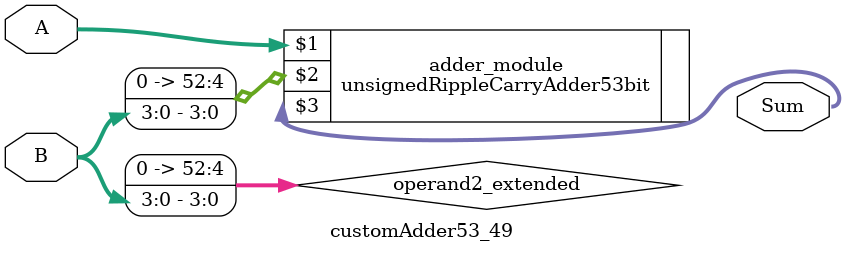
<source format=v>
module customAdder53_49(
                        input [52 : 0] A,
                        input [3 : 0] B,
                        
                        output [53 : 0] Sum
                );

        wire [52 : 0] operand2_extended;
        
        assign operand2_extended =  {49'b0, B};
        
        unsignedRippleCarryAdder53bit adder_module(
            A,
            operand2_extended,
            Sum
        );
        
        endmodule
        
</source>
